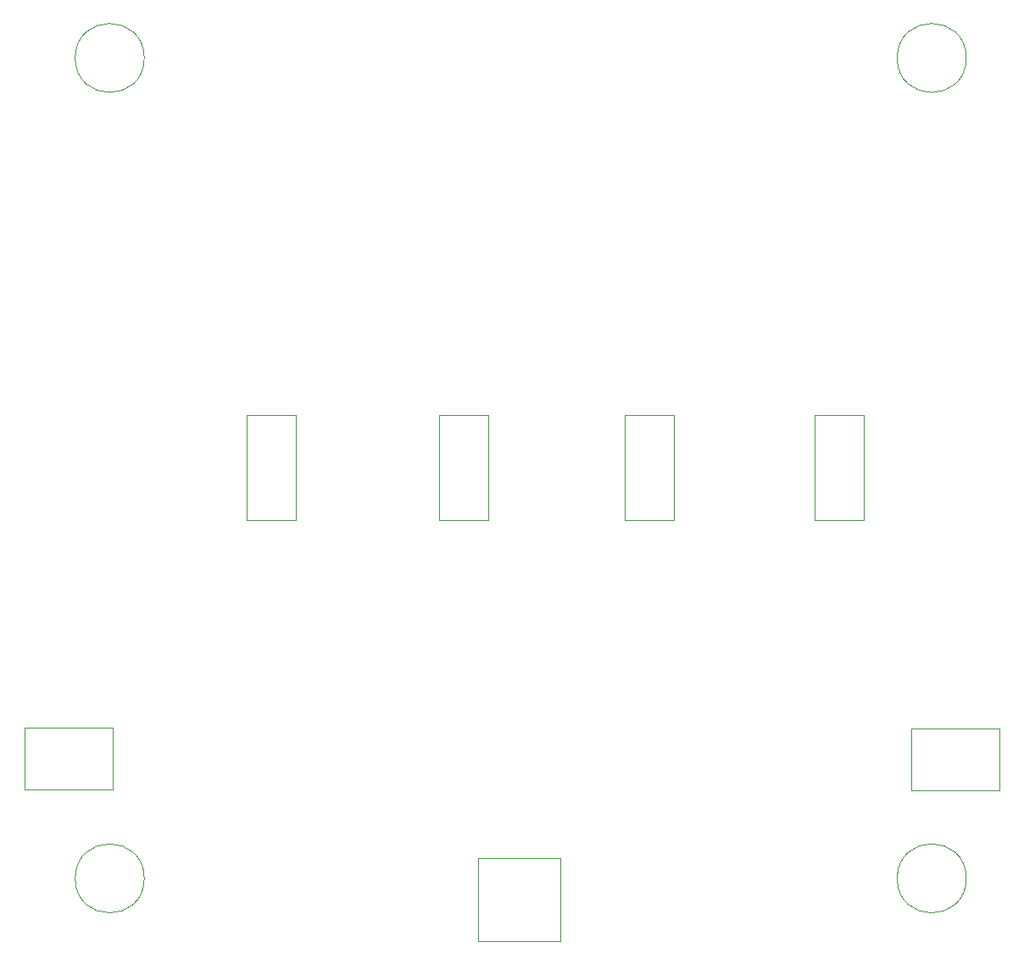
<source format=gbr>
G04 #@! TF.FileFunction,Other,User*
%FSLAX46Y46*%
G04 Gerber Fmt 4.6, Leading zero omitted, Abs format (unit mm)*
G04 Created by KiCad (PCBNEW 4.0.2-stable) date 10/05/17 15:38:04*
%MOMM*%
G01*
G04 APERTURE LIST*
%ADD10C,0.100000*%
%ADD11C,0.050000*%
G04 APERTURE END LIST*
D10*
D11*
X90950000Y-136500000D02*
G75*
G03X90950000Y-136500000I-3450000J0D01*
G01*
X173050000Y-136500000D02*
G75*
G03X173050000Y-136500000I-3450000J0D01*
G01*
X173050000Y-54500000D02*
G75*
G03X173050000Y-54500000I-3450000J0D01*
G01*
X90950000Y-54500000D02*
G75*
G03X90950000Y-54500000I-3450000J0D01*
G01*
X167550000Y-121550000D02*
X167550000Y-127700000D01*
X167550000Y-127700000D02*
X176350000Y-127700000D01*
X176350000Y-127700000D02*
X176350000Y-121550000D01*
X176350000Y-121550000D02*
X167550000Y-121550000D01*
X87800000Y-127600000D02*
X87800000Y-121450000D01*
X87800000Y-121450000D02*
X79000000Y-121450000D01*
X79000000Y-121450000D02*
X79000000Y-127600000D01*
X79000000Y-127600000D02*
X87800000Y-127600000D01*
X132540000Y-134460000D02*
X132540000Y-142740000D01*
X132540000Y-134460000D02*
X124260000Y-134460000D01*
X124260000Y-142740000D02*
X132540000Y-142740000D01*
X124260000Y-142740000D02*
X124260000Y-134460000D01*
X101216980Y-100734760D02*
X106126980Y-100734760D01*
X106126980Y-100734760D02*
X106126980Y-90234760D01*
X106126980Y-90234760D02*
X101216980Y-90234760D01*
X101216980Y-90234760D02*
X101216980Y-100734760D01*
X120366980Y-100734760D02*
X125276980Y-100734760D01*
X125276980Y-100734760D02*
X125276980Y-90234760D01*
X125276980Y-90234760D02*
X120366980Y-90234760D01*
X120366980Y-90234760D02*
X120366980Y-100734760D01*
X138966980Y-100734760D02*
X143876980Y-100734760D01*
X143876980Y-100734760D02*
X143876980Y-90234760D01*
X143876980Y-90234760D02*
X138966980Y-90234760D01*
X138966980Y-90234760D02*
X138966980Y-100734760D01*
X157916980Y-100734760D02*
X162826980Y-100734760D01*
X162826980Y-100734760D02*
X162826980Y-90234760D01*
X162826980Y-90234760D02*
X157916980Y-90234760D01*
X157916980Y-90234760D02*
X157916980Y-100734760D01*
M02*

</source>
